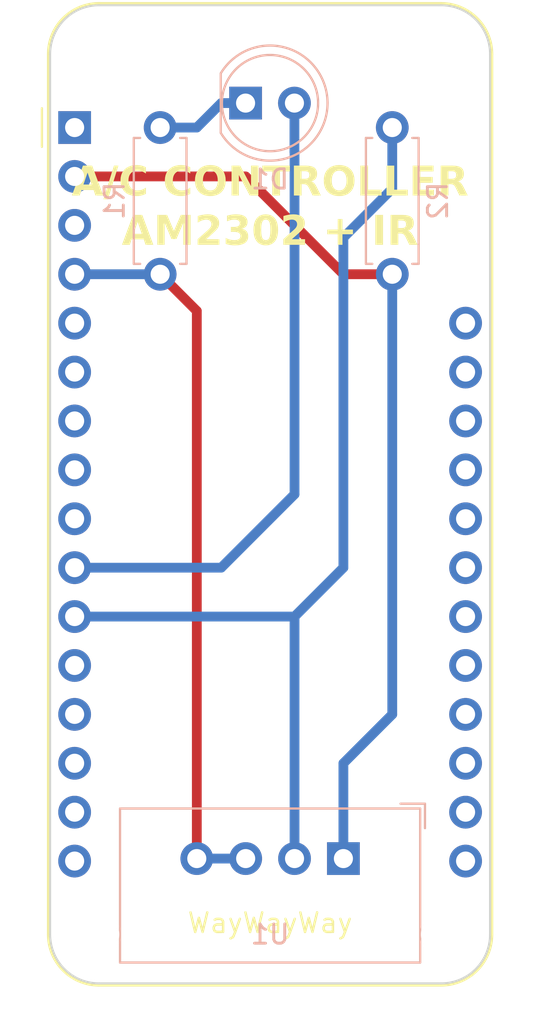
<source format=kicad_pcb>
(kicad_pcb (version 20221018) (generator pcbnew)
  (layers (0 "F.Cu" signal) (31 "B.Cu" signal) (34 "B.Paste" user) (35 "F.Paste" user) (36 "B.SilkS" user "B.Silkscreen") (37 "F.SilkS" user "F.Silkscreen") (38 "B.Mask" user) (39 "F.Mask" user) (44 "Edge.Cuts" user))
  (net 0 "")
  (net 2 "+3V3")
  (net 4 "GND")
  (net 10 "Net-(A1-A5)")
  (net 11 "Net-(A1-SCK)")
  (net 29 "Net-(D1-K)")
  (footprint "Module:Adafruit_Feather" (layer "F.Cu") (at 129.54 69.85)
    (fp_text reference "A1" hide)
    (fp_text value "Adafruit_Feather_Generic")
    (fp_line (start -1.7 1) (end -1.7 -1) (stroke (width 0.12)) (layer "F.SilkS"))
    (fp_line (start -1.38 -3.81) (end -1.38 41.91) (stroke (width 0.12)) (layer "F.SilkS"))
    (fp_line (start 19.05 -6.46) (end 1.27 -6.46) (stroke (width 0.12)) (layer "F.SilkS"))
    (fp_line (start 19.05 44.56) (end 1.27 44.56) (stroke (width 0.12)) (layer "F.SilkS"))
    (fp_line (start 21.7 -3.81) (end 21.7 41.91) (stroke (width 0.12)) (layer "F.SilkS"))
    (fp_arc (start -1.38 -3.81) (mid -0.603833 -5.683833) (end 1.27 -6.46) (stroke (width 0.12)) (layer "F.SilkS"))
    (fp_arc (start 1.27 44.56) (mid -0.603833 43.783833) (end -1.38 41.91) (stroke (width 0.12)) (layer "F.SilkS"))
    (fp_arc (start 19.05 -6.46) (mid 20.923833 -5.683833) (end 21.7 -3.81) (stroke (width 0.12)) (layer "F.SilkS"))
    (fp_arc (start 21.7 41.91) (mid 20.923833 43.783833) (end 19.05 44.56) (stroke (width 0.12)) (layer "F.SilkS"))
    (pad "1" thru_hole rect (at 0 0 180) (size 1.7018 1.7018) (drill 0.9906) (layers "*.Cu" "*.Mask"))
    (pad "2" thru_hole circle (at 0 2.54 180) (size 1.7018 1.6) (drill 0.9906) (layers "*.Cu" "*.Mask") (net 2 "+3V3"))
    (pad "3" thru_hole circle (at 0 5.08 180) (size 1.7018 1.6) (drill 0.9906) (layers "*.Cu" "*.Mask"))
    (pad "4" thru_hole circle (at 0 7.62 180) (size 1.7018 1.6) (drill 0.9906) (layers "*.Cu" "*.Mask") (net 4 "GND"))
    (pad "5" thru_hole circle (at 0 10.16 180) (size 1.7018 1.6) (drill 0.9906) (layers "*.Cu" "*.Mask"))
    (pad "6" thru_hole circle (at 0 12.7 180) (size 1.7018 1.6) (drill 0.9906) (layers "*.Cu" "*.Mask"))
    (pad "7" thru_hole circle (at 0 15.24 180) (size 1.7018 1.6) (drill 0.9906) (layers "*.Cu" "*.Mask"))
    (pad "8" thru_hole circle (at 0 17.78 180) (size 1.7018 1.6) (drill 0.9906) (layers "*.Cu" "*.Mask"))
    (pad "9" thru_hole circle (at 0 20.32 180) (size 1.7018 1.6) (drill 0.9906) (layers "*.Cu" "*.Mask"))
    (pad "10" thru_hole circle (at 0 22.86 180) (size 1.7018 1.6) (drill 0.9906) (layers "*.Cu" "*.Mask") (net 10 "Net-(A1-A5)"))
    (pad "11" thru_hole circle (at 0 25.4 180) (size 1.7018 1.6) (drill 0.9906) (layers "*.Cu" "*.Mask") (net 11 "Net-(A1-SCK)"))
    (pad "12" thru_hole circle (at 0 27.94 180) (size 1.7018 1.6) (drill 0.9906) (layers "*.Cu" "*.Mask"))
    (pad "13" thru_hole circle (at 0 30.48 180) (size 1.7018 1.6) (drill 0.9906) (layers "*.Cu" "*.Mask"))
    (pad "14" thru_hole circle (at 0 33.02 180) (size 1.7018 1.6) (drill 0.9906) (layers "*.Cu" "*.Mask"))
    (pad "15" thru_hole circle (at 0 35.56 180) (size 1.7018 1.6) (drill 0.9906) (layers "*.Cu" "*.Mask"))
    (pad "16" thru_hole circle (at 0 38.1 180) (size 1.7018 1.6) (drill 0.9906) (layers "*.Cu" "*.Mask"))
    (pad "17" thru_hole circle (at 20.32 38.1 180) (size 1.7018 1.6) (drill 0.9906) (layers "*.Cu" "*.Mask"))
    (pad "18" thru_hole circle (at 20.32 35.56 180) (size 1.7018 1.6) (drill 0.9906) (layers "*.Cu" "*.Mask"))
    (pad "19" thru_hole circle (at 20.32 33.02 180) (size 1.7018 1.6) (drill 0.9906) (layers "*.Cu" "*.Mask"))
    (pad "20" thru_hole circle (at 20.32 30.48 180) (size 1.7018 1.6) (drill 0.9906) (layers "*.Cu" "*.Mask"))
    (pad "21" thru_hole circle (at 20.32 27.94 180) (size 1.7018 1.6) (drill 0.9906) (layers "*.Cu" "*.Mask"))
    (pad "22" thru_hole circle (at 20.32 25.4 180) (size 1.7018 1.6) (drill 0.9906) (layers "*.Cu" "*.Mask"))
    (pad "23" thru_hole circle (at 20.32 22.86 180) (size 1.7018 1.6) (drill 0.9906) (layers "*.Cu" "*.Mask"))
    (pad "24" thru_hole circle (at 20.32 20.32 180) (size 1.7018 1.6) (drill 0.9906) (layers "*.Cu" "*.Mask"))
    (pad "25" thru_hole circle (at 20.32 17.78 180) (size 1.7018 1.6) (drill 0.9906) (layers "*.Cu" "*.Mask"))
    (pad "26" thru_hole circle (at 20.32 15.24 180) (size 1.7018 1.6) (drill 0.9906) (layers "*.Cu" "*.Mask"))
    (pad "27" thru_hole circle (at 20.32 12.7 180) (size 1.7018 1.6) (drill 0.9906) (layers "*.Cu" "*.Mask"))
    (pad "28" thru_hole circle (at 20.32 10.16 180) (size 1.7018 1.6) (drill 0.9906) (layers "*.Cu" "*.Mask"))
  )
  (footprint "MountingHole:MountingHole_2.1mm" (layer "F.Cu") (at 130.81 111.76)
    (fp_text reference "H4" hide)
    (fp_text value "MountingHole")
    (pad "" np_thru_hole circle (at 0 0) (size 2.1 2.1) (drill 2.1) (layers "*.Cu" "*.Mask"))
  )
  (footprint "MountingHole:MountingHole_2.1mm" (layer "F.Cu") (at 148.59 111.76)
    (fp_text reference "H3" hide)
    (fp_text value "MountingHole")
    (pad "" np_thru_hole circle (at 0 0) (size 2.1 2.1) (drill 2.1) (layers "*.Cu" "*.Mask"))
  )
  (footprint "MountingHole:MountingHole_2.1mm" (layer "F.Cu") (at 148.59 66.04)
    (fp_text reference "H2" hide)
    (fp_text value "MountingHole")
    (pad "" np_thru_hole circle (at 0 0) (size 2.1 2.1) (drill 2.1) (layers "*.Cu" "*.Mask"))
  )
  (footprint "MountingHole:MountingHole_2.1mm" (layer "F.Cu") (at 130.81 66.04)
    (fp_text reference "H1" hide)
    (fp_text value "MountingHole")
    (pad "" np_thru_hole circle (at 0 0) (size 2.1 2.1) (drill 2.1) (layers "*.Cu" "*.Mask"))
  )
  (footprint "Resistor_THT:R_Axial_DIN0207_L6.3mm_D2.5mm_P7.62mm_Horizontal" (layer "B.Cu") (at 133.985 69.85 -90)
    (fp_text reference "R1" (at 3.81 2.37 90) (layer "B.SilkS") (effects (justify mirror)))
    (fp_text value "47")
    (fp_line (start 0.54 -1.37) (end 7.08 -1.37) (stroke (width 0.12)) (layer "B.SilkS"))
    (fp_line (start 0.54 -1.04) (end 0.54 -1.37) (stroke (width 0.12)) (layer "B.SilkS"))
    (fp_line (start 0.54 1.04) (end 0.54 1.37) (stroke (width 0.12)) (layer "B.SilkS"))
    (fp_line (start 0.54 1.37) (end 7.08 1.37) (stroke (width 0.12)) (layer "B.SilkS"))
    (fp_line (start 7.08 -1.37) (end 7.08 -1.04) (stroke (width 0.12)) (layer "B.SilkS"))
    (fp_line (start 7.08 1.37) (end 7.08 1.04) (stroke (width 0.12)) (layer "B.SilkS"))
    (pad "1" thru_hole circle (at 0 0 270) (size 1.7018 1.6) (drill 0.9906) (layers "*.Cu" "*.Mask") (net 29 "Net-(D1-K)"))
    (pad "2" thru_hole circle (at 7.62 0 270) (size 1.7018 1.6) (drill 0.9906) (layers "*.Cu" "*.Mask") (net 4 "GND"))
  )
  (footprint "LED_THT:LED_D5.0mm_Clear" (layer "B.Cu") (at 138.425 68.58)
    (fp_text reference "D1" (at 1.27 3.96) (layer "B.SilkS") (effects (justify mirror)))
    (fp_text value "LED")
    (fp_line (start -1.29 1.545) (end -1.29 -1.545) (stroke (width 0.12)) (layer "B.SilkS"))
    (fp_arc (start -1.29 -1.54483) (mid 2.072002 -2.880433) (end 4.26 0.000462) (stroke (width 0.12)) (layer "B.SilkS"))
    (fp_arc (start 4.26 -0.000462) (mid 2.072002 2.880433) (end -1.29 1.54483) (stroke (width 0.12)) (layer "B.SilkS"))
    (fp_circle (center 1.27 0) (end 3.77 0) (stroke (width 0.12)) (fill none) (layer "B.SilkS"))
    (pad "1" thru_hole rect (at 0 0) (size 1.7018 1.7018) (drill 0.9906) (layers "*.Cu" "*.Mask") (net 29 "Net-(D1-K)"))
    (pad "2" thru_hole circle (at 2.54 0) (size 1.7018 1.8) (drill 0.9906) (layers "*.Cu" "*.Mask") (net 10 "Net-(A1-A5)"))
  )
  (footprint "Sensor:ASAIR_AM2302_P2.54mm_Vertical" (layer "B.Cu") (at 143.51 107.82 180)
    (fp_text reference "U1" (at 3.81 -3.94 180) (layer "B.SilkS") (effects (justify mirror)))
    (fp_text value "AM2302")
    (fp_line (start -4.24 1.58) (end -4.24 2.85) (stroke (width 0.12)) (layer "B.SilkS"))
    (fp_line (start -4.24 2.85) (end -2.97 2.85) (stroke (width 0.12)) (layer "B.SilkS"))
    (fp_line (start -3.99 -5.4) (end -3.99 2.6) (stroke (width 0.12)) (layer "B.SilkS"))
    (fp_line (start -3.99 2.6) (end 11.61 2.6) (stroke (width 0.12)) (layer "B.SilkS"))
    (fp_line (start 11.61 -5.4) (end -3.99 -5.4) (stroke (width 0.12)) (layer "B.SilkS"))
    (fp_line (start 11.61 2.6) (end 11.61 -5.4) (stroke (width 0.12)) (layer "B.SilkS"))
    (pad "1" thru_hole rect (at 0 0 90) (size 1.7018 1.7018) (drill 0.9906) (layers "*.Cu" "*.Mask") (net 2 "+3V3"))
    (pad "2" thru_hole circle (at 2.54 0 90) (size 1.7018 1.7018) (drill 0.9906) (layers "*.Cu" "*.Mask") (net 11 "Net-(A1-SCK)"))
    (pad "3" thru_hole circle (at 5.08 0 90) (size 1.7018 1.7018) (drill 0.9906) (layers "*.Cu" "*.Mask") (net 4 "GND"))
    (pad "4" thru_hole circle (at 7.62 0 90) (size 1.7018 1.7018) (drill 0.9906) (layers "*.Cu" "*.Mask") (net 4 "GND"))
  )
  (footprint "Resistor_THT:R_Axial_DIN0207_L6.3mm_D2.5mm_P7.62mm_Horizontal" (layer "B.Cu") (at 146.05 77.47 90)
    (fp_text reference "R2" (at 3.81 2.37 90) (layer "B.SilkS") (effects (justify mirror)))
    (fp_text value "10k")
    (fp_line (start 0.54 -1.37) (end 7.08 -1.37) (stroke (width 0.12)) (layer "B.SilkS"))
    (fp_line (start 0.54 -1.04) (end 0.54 -1.37) (stroke (width 0.12)) (layer "B.SilkS"))
    (fp_line (start 0.54 1.04) (end 0.54 1.37) (stroke (width 0.12)) (layer "B.SilkS"))
    (fp_line (start 0.54 1.37) (end 7.08 1.37) (stroke (width 0.12)) (layer "B.SilkS"))
    (fp_line (start 7.08 -1.37) (end 7.08 -1.04) (stroke (width 0.12)) (layer "B.SilkS"))
    (fp_line (start 7.08 1.37) (end 7.08 1.04) (stroke (width 0.12)) (layer "B.SilkS"))
    (pad "1" thru_hole circle (at 0 0 90) (size 1.7018 1.6) (drill 0.9906) (layers "*.Cu" "*.Mask") (net 2 "+3V3"))
    (pad "2" thru_hole circle (at 7.62 0 90) (size 1.7018 1.6) (drill 0.9906) (layers "*.Cu" "*.Mask") (net 11 "Net-(A1-SCK)"))
  )
  (gr_arc (start 148.59 63.5) (mid 150.386051 64.243949) (end 151.13 66.04) (stroke (width 0.1)) (layer "Edge.Cuts"))
  (gr_line (start 148.59 114.3) (end 130.81 114.3) (stroke (width 0.1)) (layer "Edge.Cuts"))
  (gr_line (start 151.13 66.04) (end 151.13 111.76) (stroke (width 0.1)) (layer "Edge.Cuts"))
  (gr_arc (start 128.27 66.04) (mid 129.013949 64.243949) (end 130.81 63.5) (stroke (width 0.1)) (layer "Edge.Cuts"))
  (gr_arc (start 151.13 111.76) (mid 150.386051 113.556051) (end 148.59 114.3) (stroke (width 0.1)) (layer "Edge.Cuts"))
  (gr_arc (start 130.81 114.3) (mid 129.013949 113.556051) (end 128.27 111.76) (stroke (width 0.1)) (layer "Edge.Cuts"))
  (gr_line (start 130.81 63.5) (end 148.59 63.5) (stroke (width 0.1)) (layer "Edge.Cuts"))
  (gr_line (start 128.27 111.76) (end 128.27 66.04) (stroke (width 0.1)) (layer "Edge.Cuts"))
  (gr_text "WayWayWay" (at 139.7 111.76) (layer "F.SilkS") (effects (font (size 1.016 1.016) (thickness 0.127)) (justify bottom)))
  (gr_text "A/C CONTROLLER\nAM2302 + IR" (at 139.7 76.2) (layer "F.SilkS") (effects (font (size 1.524 1.524) (thickness 0.2) bold) (justify bottom)))
  (segment (start 146.05 77.47) (end 143.51 77.47) (width 0.508) (layer "F.Cu") (net 2))
  (segment (start 138.43 72.39) (end 129.54 72.39) (width 0.508) (layer "F.Cu") (net 2))
  (segment (start 143.51 77.47) (end 138.43 72.39) (width 0.508) (layer "F.Cu") (net 2))
  (segment (start 143.51 107.82) (end 143.51 102.87) (width 0.508) (layer "B.Cu") (net 2))
  (segment (start 143.51 102.87) (end 146.05 100.33) (width 0.508) (layer "B.Cu") (net 2))
  (segment (start 146.05 100.33) (end 146.05 77.47) (width 0.508) (layer "B.Cu") (net 2))
  (segment (start 135.89 79.375) (end 133.985 77.47) (width 0.508) (layer "F.Cu") (net 4))
  (segment (start 135.89 107.82) (end 135.89 79.375) (width 0.508) (layer "F.Cu") (net 4))
  (segment (start 133.985 77.47) (end 129.54 77.47) (width 0.508) (layer "B.Cu") (net 4))
  (segment (start 138.43 107.82) (end 135.89 107.82) (width 0.508) (layer "B.Cu") (net 4))
  (segment (start 140.97 71.12) (end 140.965 71.115) (width 0.508) (layer "B.Cu") (net 10))
  (segment (start 137.16 92.71) (end 140.97 88.9) (width 0.508) (layer "B.Cu") (net 10))
  (segment (start 129.54 92.71) (end 137.16 92.71) (width 0.508) (layer "B.Cu") (net 10))
  (segment (start 140.965 71.115) (end 140.965 68.58) (width 0.508) (layer "B.Cu") (net 10))
  (segment (start 140.97 88.9) (end 140.97 71.12) (width 0.508) (layer "B.Cu") (net 10))
  (segment (start 143.51 92.71) (end 143.51 75.565) (width 0.508) (layer "B.Cu") (net 11))
  (segment (start 143.51 75.565) (end 146.05 73.025) (width 0.508) (layer "B.Cu") (net 11))
  (segment (start 146.05 73.025) (end 146.05 69.85) (width 0.508) (layer "B.Cu") (net 11))
  (segment (start 129.54 95.25) (end 140.97 95.25) (width 0.508) (layer "B.Cu") (net 11))
  (segment (start 140.97 107.82) (end 140.97 95.25) (width 0.508) (layer "B.Cu") (net 11))
  (segment (start 140.97 95.25) (end 143.51 92.71) (width 0.508) (layer "B.Cu") (net 11))
  (segment (start 138.425 68.58) (end 137.16 68.58) (width 0.508) (layer "B.Cu") (net 29))
  (segment (start 137.16 68.58) (end 135.89 69.85) (width 0.508) (layer "B.Cu") (net 29))
  (segment (start 135.89 69.85) (end 133.985 69.85) (width 0.508) (layer "B.Cu") (net 29))
)
</source>
